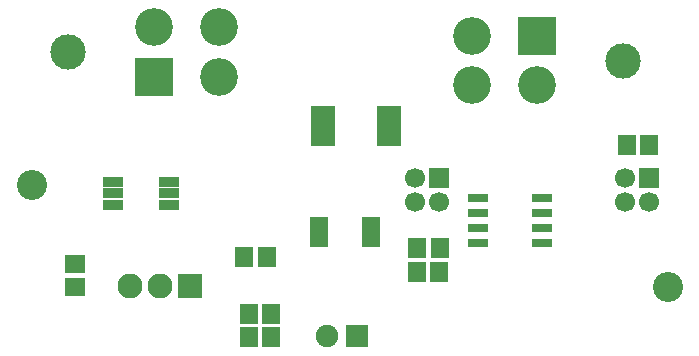
<source format=gbr>
G04 DipTrace Beta 2.9.0.1*
G04 TopMask.gbr*
%MOIN*%
G04 #@! TF.FileFunction,Soldermask,Top*
G04 #@! TF.Part,Single*
%ADD24R,0.066929X0.066929*%
%ADD25C,0.066929*%
%ADD29R,0.074803X0.074803*%
%ADD30C,0.074803*%
%ADD33C,0.1004*%
%ADD34C,0.1181*%
%ADD41C,0.082803*%
%ADD42R,0.082803X0.082803*%
%ADD43R,0.063118X0.019811*%
%ADD45R,0.069024X0.031622*%
%ADD47R,0.078866X0.133984*%
%ADD49C,0.12611*%
%ADD51R,0.12611X0.12611*%
%ADD53R,0.068X0.033*%
%ADD57R,0.059181X0.067055*%
%ADD59R,0.067055X0.059181*%
%FSLAX26Y26*%
G04*
G70*
G90*
G75*
G01*
G04 TopMask*
%LPD*%
D59*
X731402Y695402D3*
Y620598D3*
D57*
X2569000Y1094000D3*
X2643803D3*
X1384000Y529000D3*
X1309197D3*
X1384000Y451000D3*
X1309197D3*
D33*
X2706000Y619000D3*
X586000Y958000D3*
D24*
X2644000Y981500D3*
D25*
X2565260D3*
Y902760D3*
X2644000D3*
D24*
X1944000Y981500D3*
D25*
X1865260D3*
Y902760D3*
X1944000D3*
D53*
X856500Y894000D3*
Y931500D3*
Y969000D3*
X1044000Y894000D3*
Y931500D3*
Y969000D3*
D51*
X994000Y1319000D3*
D49*
Y1484354D3*
X1210535D3*
Y1319000D3*
D34*
X706268Y1401677D3*
D51*
X2269000Y1456500D3*
D49*
Y1291146D3*
X2052465D3*
Y1456500D3*
D34*
X2556732Y1373823D3*
D29*
X1669000Y456500D3*
D30*
X1569000D3*
D57*
X1369000Y719000D3*
X1294197D3*
D47*
X1556500Y1156500D3*
X1776972D3*
D57*
X1869000Y669000D3*
X1943803D3*
X1871509Y749249D3*
X1946312D3*
D45*
X2074000Y766000D3*
Y816000D3*
Y866000D3*
Y916000D3*
X2286598D3*
Y866000D3*
Y816000D3*
Y766000D3*
D43*
X1543000Y841000D3*
Y821315D3*
Y801630D3*
Y781945D3*
Y762260D3*
X1716228D3*
Y781945D3*
Y801630D3*
Y821315D3*
Y841000D3*
D42*
X1114500Y622749D3*
D41*
X1014500D3*
X914500D3*
M02*

</source>
